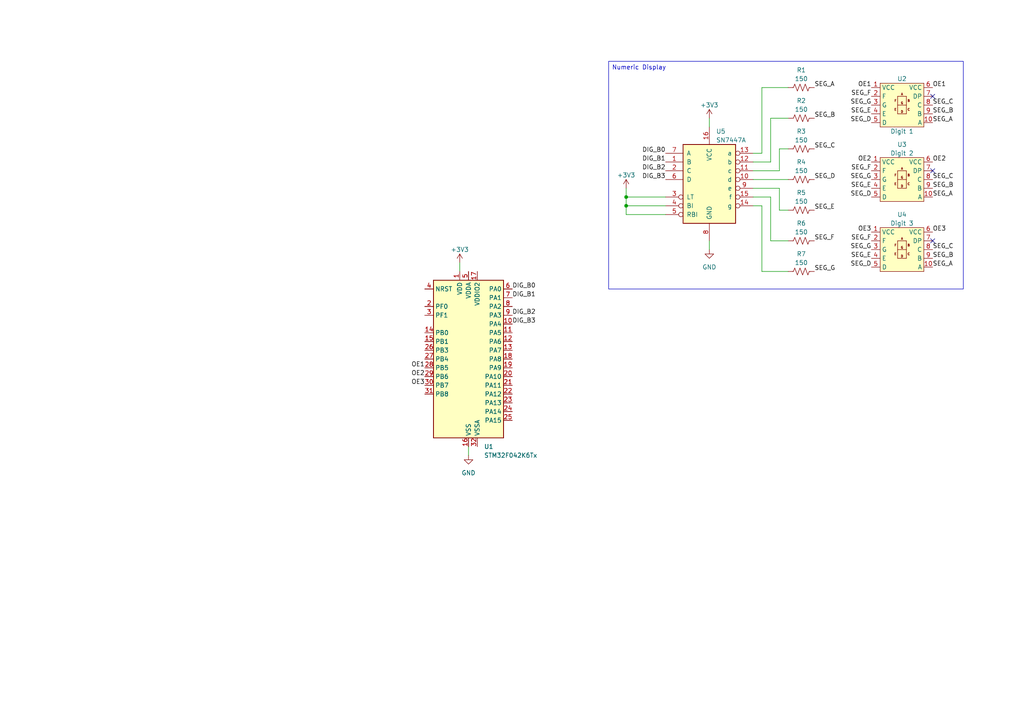
<source format=kicad_sch>
(kicad_sch (version 20230121) (generator eeschema)
  (paper "A4")
  (lib_symbols
    (symbol "74xx:74LS47" (pin_names (offset 1.016))
      (property "Reference" "U" (at -7.62 11.43 0))
      (property "Value" "74LS47" (at -7.62 -13.97 0))
      (symbol "74LS47_1_0"
        (pin input line (at -12.7 5.08 0) (length 5.08) (name "B") (number "1"))
        (pin open_collector inverted (at 12.7 0 180) (length 5.08) (name "d") (number "10"))
        (pin open_collector inverted (at 12.7 2.54 180) (length 5.08) (name "c") (number "11"))
        (pin open_collector inverted (at 12.7 5.08 180) (length 5.08) (name "b") (number "12"))
        (pin open_collector inverted (at 12.7 7.62 180) (length 5.08) (name "a") (number "13"))
        (pin open_collector inverted (at 12.7 -7.62 180) (length 5.08) (name "g") (number "14"))
        (pin open_collector inverted (at 12.7 -5.08 180) (length 5.08) (name "f") (number "15"))
        (pin power_in line (at 0 15.24 270) (length 5.08) (name "VCC") (number "16"))
        (pin input line (at -12.7 2.54 0) (length 5.08) (name "C") (number "2"))
        (pin input inverted (at -12.7 -5.08 0) (length 5.08) (name "LT") (number "3"))
        (pin input inverted (at -12.7 -7.62 0) (length 5.08) (name "BI") (number "4"))
        (pin input inverted (at -12.7 -10.16 0) (length 5.08) (name "RBI") (number "5"))
        (pin input line (at -12.7 0 0) (length 5.08) (name "D") (number "6"))
        (pin input line (at -12.7 7.62 0) (length 5.08) (name "A") (number "7"))
        (pin power_in line (at 0 -17.78 90) (length 5.08) (name "GND") (number "8"))
        (pin open_collector inverted (at 12.7 -2.54 180) (length 5.08) (name "e") (number "9"))
      )
      (symbol "74LS47_1_1"
        (rectangle (start -7.62 10.16) (end 7.62 -12.7) (stroke (width 0.254)) (fill (type background)))
      )
    )
    (symbol "Device:R_US" (pin_numbers hide) (pin_names (offset 0))
      (property "Reference" "R" (at 2.54 0 90))
      (property "Value" "R_US" (at -2.54 0 90))
      (symbol "R_US_0_1"
        (polyline (pts (xy 0 -2.286) (xy 0 -2.54)))
        (polyline (pts (xy 0 2.286) (xy 0 2.54)))
        (polyline (pts (xy 0 -0.762) (xy 1.016 -1.143) (xy 0 -1.524) (xy -1.016 -1.905) (xy 0 -2.286)))
        (polyline (pts (xy 0 0.762) (xy 1.016 0.381) (xy 0 0) (xy -1.016 -0.381) (xy 0 -0.762)))
        (polyline (pts (xy 0 2.286) (xy 1.016 1.905) (xy 0 1.524) (xy -1.016 1.143) (xy 0 0.762)))
      )
      (symbol "R_US_1_1"
        (pin passive line (at 0 3.81 270) (length 1.27) (name "~") (number "1"))
        (pin passive line (at 0 -3.81 90) (length 1.27) (name "~") (number "2"))
      )
    )
    (symbol "MCU_ST_STM32F0:STM32F042K6Tx"
      (property "Reference" "U" (at -10.16 24.13 0))
      (property "Value" "STM32F042K6Tx" (at 5.08 24.13 0))
      (symbol "STM32F042K6Tx_0_1"
        (rectangle (start -10.16 -22.86) (end 10.16 22.86) (stroke (width 0.254)) (fill (type background)))
      )
      (symbol "STM32F042K6Tx_1_1"
        (pin power_in line (at -2.54 25.4 270) (length 2.54) (name "VDD") (number "1"))
        (pin bidirectional line (at 12.7 10.16 180) (length 2.54) (name "PA4") (number "10"))
        (pin bidirectional line (at 12.7 7.62 180) (length 2.54) (name "PA5") (number "11"))
        (pin bidirectional line (at 12.7 5.08 180) (length 2.54) (name "PA6") (number "12"))
        (pin bidirectional line (at 12.7 2.54 180) (length 2.54) (name "PA7") (number "13"))
        (pin bidirectional line (at -12.7 7.62 0) (length 2.54) (name "PB0") (number "14"))
        (pin bidirectional line (at -12.7 5.08 0) (length 2.54) (name "PB1") (number "15"))
        (pin power_in line (at 0 -25.4 90) (length 2.54) (name "VSS") (number "16"))
        (pin power_in line (at 2.54 25.4 270) (length 2.54) (name "VDDIO2") (number "17"))
        (pin bidirectional line (at 12.7 0 180) (length 2.54) (name "PA8") (number "18"))
        (pin bidirectional line (at 12.7 -2.54 180) (length 2.54) (name "PA9") (number "19"))
        (pin bidirectional line (at -12.7 15.24 0) (length 2.54) (name "PF0") (number "2"))
        (pin bidirectional line (at 12.7 -5.08 180) (length 2.54) (name "PA10") (number "20"))
        (pin bidirectional line (at 12.7 -7.62 180) (length 2.54) (name "PA11") (number "21"))
        (pin bidirectional line (at 12.7 -10.16 180) (length 2.54) (name "PA12") (number "22"))
        (pin bidirectional line (at 12.7 -12.7 180) (length 2.54) (name "PA13") (number "23"))
        (pin bidirectional line (at 12.7 -15.24 180) (length 2.54) (name "PA14") (number "24"))
        (pin bidirectional line (at 12.7 -17.78 180) (length 2.54) (name "PA15") (number "25"))
        (pin bidirectional line (at -12.7 2.54 0) (length 2.54) (name "PB3") (number "26"))
        (pin bidirectional line (at -12.7 0 0) (length 2.54) (name "PB4") (number "27"))
        (pin bidirectional line (at -12.7 -2.54 0) (length 2.54) (name "PB5") (number "28"))
        (pin bidirectional line (at -12.7 -5.08 0) (length 2.54) (name "PB6") (number "29"))
        (pin bidirectional line (at -12.7 12.7 0) (length 2.54) (name "PF1") (number "3"))
        (pin bidirectional line (at -12.7 -7.62 0) (length 2.54) (name "PB7") (number "30"))
        (pin bidirectional line (at -12.7 -10.16 0) (length 2.54) (name "PB8") (number "31"))
        (pin power_in line (at 2.54 -25.4 90) (length 2.54) (name "VSSA") (number "32"))
        (pin input line (at -12.7 20.32 0) (length 2.54) (name "NRST") (number "4"))
        (pin power_in line (at 0 25.4 270) (length 2.54) (name "VDDA") (number "5"))
        (pin bidirectional line (at 12.7 20.32 180) (length 2.54) (name "PA0") (number "6"))
        (pin bidirectional line (at 12.7 17.78 180) (length 2.54) (name "PA1") (number "7"))
        (pin bidirectional line (at 12.7 15.24 180) (length 2.54) (name "PA2") (number "8"))
        (pin bidirectional line (at 12.7 12.7 180) (length 2.54) (name "PA3") (number "9"))
      )
    )
    (symbol "cs122a_p2:3161BS"
      (property "Reference" "U" (at 0 0 0))
      (property "Value" "3161BS" (at 0 -2.54 0))
      (symbol "3161BS_1_1"
        (rectangle (start -6.35 13.97) (end 6.35 1.27) (fill (type background)))
        (polyline (pts (xy -1.27 5.08) (xy -1.27 10.16)))
        (polyline (pts (xy -1.27 5.08) (xy 1.27 5.08)))
        (polyline (pts (xy -1.27 7.62) (xy 1.27 7.62)))
        (polyline (pts (xy -1.27 10.16) (xy 1.27 10.16)))
        (polyline (pts (xy 1.27 5.08) (xy 1.27 10.16)))
        (text "A" (at 0 10.414 0) (effects (font (size 0.635 0.635)) (justify bottom)))
        (text "B" (at 1.524 8.89 0) (effects (font (size 0.635 0.635)) (justify left)))
        (text "C" (at 1.524 6.35 0) (effects (font (size 0.635 0.635)) (justify left)))
        (text "D" (at 0 5.334 0) (effects (font (size 0.635 0.635)) (justify bottom)))
        (text "E" (at -1.524 6.35 0) (effects (font (size 0.635 0.635)) (justify right)))
        (text "F" (at -1.524 8.89 0) (effects (font (size 0.635 0.635)) (justify right)))
        (text "G" (at 0 7.874 0) (effects (font (size 0.635 0.635)) (justify bottom)))
        (pin passive line (at -8.89 12.7 0) (length 2.54) (name "VCC") (number "1"))
        (pin passive line (at 8.89 2.54 180) (length 2.54) (name "A") (number "10"))
        (pin passive line (at -8.89 10.16 0) (length 2.54) (name "F") (number "2"))
        (pin passive line (at -8.89 7.62 0) (length 2.54) (name "G") (number "3"))
        (pin passive line (at -8.89 5.08 0) (length 2.54) (name "E") (number "4"))
        (pin passive line (at -8.89 2.54 0) (length 2.54) (name "D") (number "5"))
        (pin passive line (at 8.89 12.7 180) (length 2.54) (name "VCC") (number "6"))
        (pin passive line (at 8.89 10.16 180) (length 2.54) (name "DP") (number "7"))
        (pin passive line (at 8.89 7.62 180) (length 2.54) (name "C") (number "8"))
        (pin passive line (at 8.89 5.08 180) (length 2.54) (name "B") (number "9"))
      )
    )
    (symbol "power:+3V3" (power) (pin_names (offset 0))
      (property "Value" "+3V3" (at 0 3.556 0))
      (symbol "+3V3_0_1"
        (polyline (pts (xy -0.762 1.27) (xy 0 2.54)))
        (polyline (pts (xy 0 0) (xy 0 2.54)))
        (polyline (pts (xy 0 2.54) (xy 0.762 1.27)))
      )
      (symbol "+3V3_1_1"
        (pin power_in line (at 0 0 90) (length 0) hide (name "+3V3") (number "1"))
      )
    )
    (symbol "power:GND" (power) (pin_names (offset 0))
      (property "Value" "GND" (at 0 -3.81 0))
      (symbol "GND_0_1"
        (polyline (pts (xy 0 0) (xy 0 -1.27) (xy 1.27 -1.27) (xy 0 -2.54) (xy -1.27 -1.27) (xy 0 -1.27)))
      )
      (symbol "GND_1_1"
        (pin power_in line (at 0 0 270) (length 0) hide (name "GND") (number "1"))
      )
    )
  )
  (junction (at 181.61 59.69))
  (junction (at 181.61 57.15))
  (no_connect (at 270.51 49.53))
  (no_connect (at 270.51 27.94))
  (no_connect (at 270.51 69.85))
  (wire (pts (xy 205.74 72.39) (xy 205.74 69.85)))
  (wire (pts (xy 205.74 34.29) (xy 205.74 36.83)))
  (wire (pts (xy 220.98 59.69) (xy 220.98 78.74)))
  (wire (pts (xy 226.06 49.53) (xy 226.06 43.18)))
  (wire (pts (xy 220.98 78.74) (xy 228.6 78.74)))
  (wire (pts (xy 228.6 34.29) (xy 223.52 34.29)))
  (wire (pts (xy 218.44 49.53) (xy 226.06 49.53)))
  (wire (pts (xy 226.06 60.96) (xy 228.6 60.96)))
  (wire (pts (xy 220.98 25.4) (xy 228.6 25.4)))
  (wire (pts (xy 181.61 59.69) (xy 193.04 59.69)))
  (wire (pts (xy 228.6 69.85) (xy 223.52 69.85)))
  (wire (pts (xy 223.52 57.15) (xy 218.44 57.15)))
  (wire (pts (xy 226.06 43.18) (xy 228.6 43.18)))
  (wire (pts (xy 133.35 76.2) (xy 133.35 78.74)))
  (wire (pts (xy 226.06 54.61) (xy 226.06 60.96)))
  (wire (pts (xy 218.44 54.61) (xy 226.06 54.61)))
  (wire (pts (xy 223.52 69.85) (xy 223.52 57.15)))
  (wire (pts (xy 220.98 44.45) (xy 220.98 25.4)))
  (wire (pts (xy 181.61 54.61) (xy 181.61 57.15)))
  (wire (pts (xy 218.44 59.69) (xy 220.98 59.69)))
  (wire (pts (xy 181.61 57.15) (xy 181.61 59.69)))
  (wire (pts (xy 223.52 46.99) (xy 218.44 46.99)))
  (wire (pts (xy 218.44 44.45) (xy 220.98 44.45)))
  (wire (pts (xy 135.89 132.08) (xy 135.89 129.54)))
  (wire (pts (xy 218.44 52.07) (xy 228.6 52.07)))
  (wire (pts (xy 181.61 57.15) (xy 193.04 57.15)))
  (wire (pts (xy 223.52 34.29) (xy 223.52 46.99)))
  (wire (pts (xy 181.61 59.69) (xy 181.61 62.23)))
  (wire (pts (xy 193.04 62.23) (xy 181.61 62.23)))
  (text_box "Numeric Display" (at 176.53 17.78 0) (size 102.87 66.04) (effects (font (size 1.27 1.27)) (justify left top)))
  (label "SEG_D" (at 252.73 57.15 180))
  (label "OE1" (at 123.19 106.68 180))
  (label "SEG_A" (at 270.51 77.47 0))
  (label "DIG_B2" (at 148.59 91.44 0))
  (label "DIG_B3" (at 148.59 93.98 0))
  (label "OE3" (at 270.51 67.31 0))
  (label "DIG_B0" (at 148.59 83.82 0))
  (label "SEG_E" (at 252.73 33.02 180))
  (label "SEG_F" (at 252.73 49.53 180))
  (label "SEG_F" (at 236.22 69.85 0))
  (label "SEG_A" (at 270.51 57.15 0))
  (label "OE2" (at 123.19 109.22 180))
  (label "DIG_B2" (at 193.04 49.53 180))
  (label "SEG_A" (at 236.22 25.4 0))
  (label "SEG_B" (at 236.22 34.29 0))
  (label "DIG_B1" (at 148.59 86.36 0))
  (label "SEG_C" (at 270.51 30.48 0))
  (label "OE3" (at 252.73 67.31 180))
  (label "SEG_G" (at 252.73 30.48 180))
  (label "SEG_B" (at 270.51 33.02 0))
  (label "SEG_E" (at 236.22 60.96 0))
  (label "SEG_C" (at 270.51 72.39 0))
  (label "SEG_B" (at 270.51 74.93 0))
  (label "OE1" (at 270.51 25.4 0))
  (label "SEG_A" (at 270.51 35.56 0))
  (label "SEG_F" (at 252.73 27.94 180))
  (label "SEG_B" (at 270.51 54.61 0))
  (label "SEG_G" (at 252.73 52.07 180))
  (label "SEG_C" (at 236.22 43.18 0))
  (label "SEG_E" (at 252.73 74.93 180))
  (label "OE2" (at 270.51 46.99 0))
  (label "DIG_B3" (at 193.04 52.07 180))
  (label "DIG_B1" (at 193.04 46.99 180))
  (label "SEG_D" (at 236.22 52.07 0))
  (label "OE2" (at 252.73 46.99 180))
  (label "OE3" (at 123.19 111.76 180))
  (label "DIG_B0" (at 193.04 44.45 180))
  (label "OE1" (at 252.73 25.4 180))
  (label "SEG_C" (at 270.51 52.07 0))
  (label "SEG_G" (at 236.22 78.74 0))
  (label "SEG_D" (at 252.73 77.47 180))
  (label "SEG_E" (at 252.73 54.61 180))
  (label "SEG_D" (at 252.73 35.56 180))
  (label "SEG_G" (at 252.73 72.39 180))
  (label "SEG_F" (at 252.73 69.85 180))
  (symbol (lib_id "cs122a_p2:3161BS") (at 261.62 38.1 0) (unit 1)
    (property "Reference" "U2" (at 261.62 22.86 0))
    (property "Value" "Digit 1" (at 261.62 38.1 0))
    (property "Footprint" "cs122a_p2:3161BS" (effects hide))
    (property "Datasheet" "http://www.xlitx.com/datasheet/3161BS.pdf" (effects hide))
  )
  (symbol (lib_id "power:GND") (at 205.74 72.39 0) (unit 1)
    (property "Reference" "#PWR01" (effects hide))
    (property "Value" "GND" (at 205.74 77.47 0))
  )
  (symbol (lib_id "Device:R_US") (at 232.41 43.18 90) (unit 1)
    (property "Reference" "R3" (at 232.41 38.1 90))
    (property "Value" "150" (at 232.41 40.64 90))
    (property "Footprint" "Resistor_THT:R_Axial_DIN0204_L3.6mm_D1.6mm_P7.62mm_Horizontal" (effects hide))
  )
  (symbol (lib_id "power:GND") (at 135.89 132.08 0) (unit 1)
    (property "Reference" "#PWR03" (effects hide))
    (property "Value" "GND" (at 135.89 137.16 0))
  )
  (symbol (lib_id "Device:R_US") (at 232.41 69.85 90) (unit 1)
    (property "Reference" "R6" (at 232.41 64.77 90))
    (property "Value" "150" (at 232.41 67.31 90))
    (property "Footprint" "Resistor_THT:R_Axial_DIN0204_L3.6mm_D1.6mm_P7.62mm_Horizontal" (effects hide))
  )
  (symbol (lib_id "power:+3V3") (at 133.35 76.2 0) (unit 1)
    (property "Reference" "#PWR04" (effects hide))
    (property "Value" "+3V3" (at 133.35 72.39 0))
  )
  (symbol (lib_id "cs122a_p2:3161BS") (at 261.62 59.69 0) (unit 1)
    (property "Reference" "U3" (at 261.62 41.91 0))
    (property "Value" "Digit 2" (at 261.62 44.45 0))
    (property "Footprint" "cs122a_p2:3161BS" (effects hide))
    (property "Datasheet" "http://www.xlitx.com/datasheet/3161BS.pdf" (effects hide))
  )
  (symbol (lib_id "Device:R_US") (at 232.41 78.74 90) (unit 1)
    (property "Reference" "R7" (at 232.41 73.66 90))
    (property "Value" "150" (at 232.41 76.2 90))
    (property "Footprint" "Resistor_THT:R_Axial_DIN0204_L3.6mm_D1.6mm_P7.62mm_Horizontal" (effects hide))
  )
  (symbol (lib_id "Device:R_US") (at 232.41 34.29 90) (unit 1)
    (property "Reference" "R2" (at 232.41 29.21 90))
    (property "Value" "150" (at 232.41 31.75 90))
    (property "Footprint" "Resistor_THT:R_Axial_DIN0204_L3.6mm_D1.6mm_P7.62mm_Horizontal" (effects hide))
  )
  (symbol (lib_id "Device:R_US") (at 232.41 60.96 90) (unit 1)
    (property "Reference" "R5" (at 232.41 55.88 90))
    (property "Value" "150" (at 232.41 58.42 90))
    (property "Footprint" "Resistor_THT:R_Axial_DIN0204_L3.6mm_D1.6mm_P7.62mm_Horizontal" (effects hide))
  )
  (symbol (lib_id "cs122a_p2:3161BS") (at 261.62 80.01 0) (unit 1)
    (property "Reference" "U4" (at 261.62 62.23 0))
    (property "Value" "Digit 3" (at 261.62 64.77 0))
    (property "Footprint" "cs122a_p2:3161BS" (effects hide))
    (property "Datasheet" "http://www.xlitx.com/datasheet/3161BS.pdf" (effects hide))
  )
  (symbol (lib_id "74xx:74LS47") (at 205.74 52.07 0) (unit 1)
    (property "Reference" "U5" (at 207.6959 38.1 0) (effects (justify left)))
    (property "Value" "SN7447A" (at 207.6959 40.64 0) (effects (justify left)))
    (property "Footprint" "Package_DIP:DIP-16_W7.62mm" (effects hide))
    (property "Datasheet" "http://www.ti.com/lit/gpn/sn74LS47" (effects hide))
  )
  (symbol (lib_id "Device:R_US") (at 232.41 25.4 90) (unit 1)
    (property "Reference" "R1" (at 232.41 20.32 90))
    (property "Value" "150" (at 232.41 22.86 90))
    (property "Footprint" "Resistor_THT:R_Axial_DIN0204_L3.6mm_D1.6mm_P7.62mm_Horizontal" (effects hide))
  )
  (symbol (lib_id "power:+3V3") (at 205.74 34.29 0) (unit 1)
    (property "Reference" "#PWR02" (effects hide))
    (property "Value" "+3V3" (at 205.74 30.48 0))
  )
  (symbol (lib_id "MCU_ST_STM32F0:STM32F042K6Tx") (at 135.89 104.14 0) (unit 1)
    (property "Reference" "U1" (at 140.3859 129.54 0) (effects (justify left)))
    (property "Value" "STM32F042K6Tx" (at 140.3859 132.08 0) (effects (justify left)))
    (property "Footprint" "Package_QFP:LQFP-32_7x7mm_P0.8mm" (effects hide))
    (property "Datasheet" "https://www.st.com/resource/en/datasheet/stm32f042k6.pdf" (effects hide))
  )
  (symbol (lib_id "power:+3V3") (at 181.61 54.61 0) (unit 1)
    (property "Reference" "#PWR05" (effects hide))
    (property "Value" "+3V3" (at 181.61 50.8 0))
  )
  (symbol (lib_id "Device:R_US") (at 232.41 52.07 90) (unit 1)
    (property "Reference" "R4" (at 232.41 46.99 90))
    (property "Value" "150" (at 232.41 49.53 90))
    (property "Footprint" "Resistor_THT:R_Axial_DIN0204_L3.6mm_D1.6mm_P7.62mm_Horizontal" (effects hide))
  )
)
</source>
